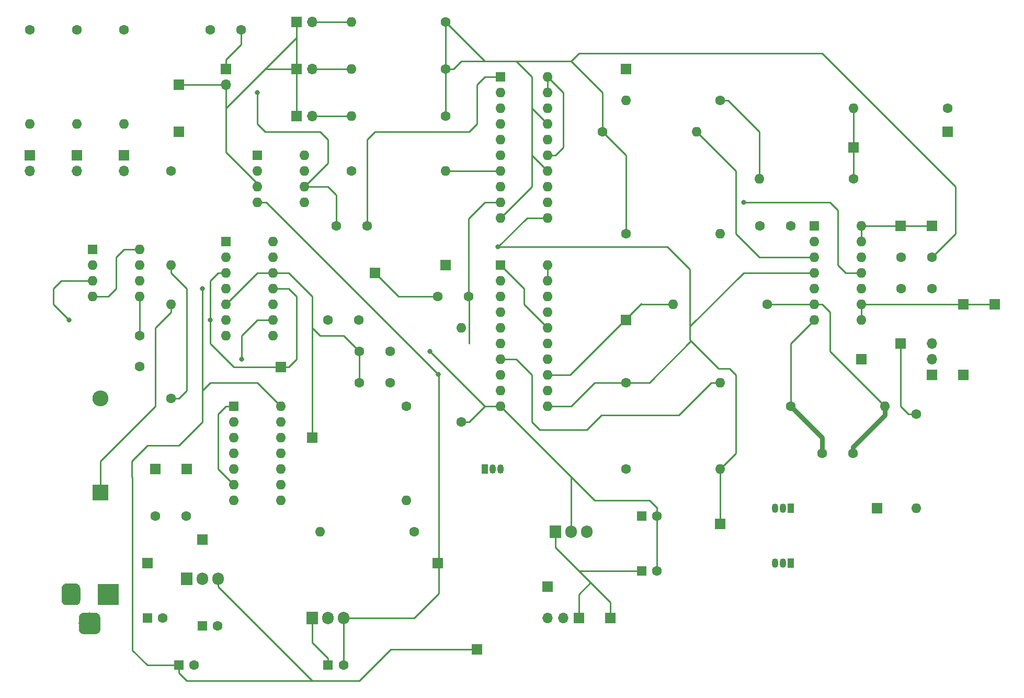
<source format=gbr>
G04 #@! TF.GenerationSoftware,KiCad,Pcbnew,(5.1.2)-2*
G04 #@! TF.CreationDate,2020-08-13T15:59:13+03:00*
G04 #@! TF.ProjectId,timing_circuit,74696d69-6e67-45f6-9369-72637569742e,rev?*
G04 #@! TF.SameCoordinates,Original*
G04 #@! TF.FileFunction,Copper,L2,Bot*
G04 #@! TF.FilePolarity,Positive*
%FSLAX46Y46*%
G04 Gerber Fmt 4.6, Leading zero omitted, Abs format (unit mm)*
G04 Created by KiCad (PCBNEW (5.1.2)-2) date 2020-08-13 15:59:13*
%MOMM*%
%LPD*%
G04 APERTURE LIST*
%ADD10O,1.600000X1.600000*%
%ADD11C,1.600000*%
%ADD12R,1.050000X1.500000*%
%ADD13O,1.050000X1.500000*%
%ADD14O,1.700000X1.700000*%
%ADD15R,1.700000X1.700000*%
%ADD16O,1.905000X2.000000*%
%ADD17R,1.905000X2.000000*%
%ADD18C,0.100000*%
%ADD19C,3.500000*%
%ADD20C,3.000000*%
%ADD21R,3.500000X3.500000*%
%ADD22R,1.600000X1.600000*%
%ADD23R,2.600000X2.600000*%
%ADD24O,2.600000X2.600000*%
%ADD25C,0.800000*%
%ADD26C,0.250000*%
%ADD27C,0.750000*%
G04 APERTURE END LIST*
D10*
X26670000Y-35560000D03*
D11*
X26670000Y-20320000D03*
D10*
X19050000Y-35560000D03*
D11*
X19050000Y-20320000D03*
D10*
X71120000Y-26670000D03*
D11*
X86360000Y-26670000D03*
D10*
X71120000Y-34290000D03*
D11*
X86360000Y-34290000D03*
D12*
X92710000Y-91440000D03*
D13*
X95250000Y-91440000D03*
X93980000Y-91440000D03*
D12*
X142240000Y-97790000D03*
D13*
X139700000Y-97790000D03*
X140970000Y-97790000D03*
D12*
X142240000Y-106680000D03*
D13*
X139700000Y-106680000D03*
X140970000Y-106680000D03*
D14*
X64770000Y-19050000D03*
D15*
X62230000Y-19050000D03*
D14*
X64770000Y-26670000D03*
D15*
X62230000Y-26670000D03*
D14*
X64770000Y-34290000D03*
D15*
X62230000Y-34290000D03*
D11*
X90090000Y-63500000D03*
X85090000Y-63500000D03*
X77390000Y-77470000D03*
X72390000Y-77470000D03*
D15*
X160020000Y-71120000D03*
X86360000Y-58420000D03*
X59690000Y-74930000D03*
D16*
X49530000Y-109220000D03*
X46990000Y-109220000D03*
D17*
X44450000Y-109220000D03*
D16*
X69850000Y-115570000D03*
X67310000Y-115570000D03*
D17*
X64770000Y-115570000D03*
D16*
X109220000Y-101600000D03*
X106680000Y-101600000D03*
D17*
X104140000Y-101600000D03*
D14*
X102870000Y-115570000D03*
X105410000Y-115570000D03*
D15*
X107950000Y-115570000D03*
D18*
G36*
X29710765Y-114714213D02*
G01*
X29795704Y-114726813D01*
X29878999Y-114747677D01*
X29959848Y-114776605D01*
X30037472Y-114813319D01*
X30111124Y-114857464D01*
X30180094Y-114908616D01*
X30243718Y-114966282D01*
X30301384Y-115029906D01*
X30352536Y-115098876D01*
X30396681Y-115172528D01*
X30433395Y-115250152D01*
X30462323Y-115331001D01*
X30483187Y-115414296D01*
X30495787Y-115499235D01*
X30500000Y-115585000D01*
X30500000Y-117335000D01*
X30495787Y-117420765D01*
X30483187Y-117505704D01*
X30462323Y-117588999D01*
X30433395Y-117669848D01*
X30396681Y-117747472D01*
X30352536Y-117821124D01*
X30301384Y-117890094D01*
X30243718Y-117953718D01*
X30180094Y-118011384D01*
X30111124Y-118062536D01*
X30037472Y-118106681D01*
X29959848Y-118143395D01*
X29878999Y-118172323D01*
X29795704Y-118193187D01*
X29710765Y-118205787D01*
X29625000Y-118210000D01*
X27875000Y-118210000D01*
X27789235Y-118205787D01*
X27704296Y-118193187D01*
X27621001Y-118172323D01*
X27540152Y-118143395D01*
X27462528Y-118106681D01*
X27388876Y-118062536D01*
X27319906Y-118011384D01*
X27256282Y-117953718D01*
X27198616Y-117890094D01*
X27147464Y-117821124D01*
X27103319Y-117747472D01*
X27066605Y-117669848D01*
X27037677Y-117588999D01*
X27016813Y-117505704D01*
X27004213Y-117420765D01*
X27000000Y-117335000D01*
X27000000Y-115585000D01*
X27004213Y-115499235D01*
X27016813Y-115414296D01*
X27037677Y-115331001D01*
X27066605Y-115250152D01*
X27103319Y-115172528D01*
X27147464Y-115098876D01*
X27198616Y-115029906D01*
X27256282Y-114966282D01*
X27319906Y-114908616D01*
X27388876Y-114857464D01*
X27462528Y-114813319D01*
X27540152Y-114776605D01*
X27621001Y-114747677D01*
X27704296Y-114726813D01*
X27789235Y-114714213D01*
X27875000Y-114710000D01*
X29625000Y-114710000D01*
X29710765Y-114714213D01*
X29710765Y-114714213D01*
G37*
D19*
X28750000Y-116460000D03*
D18*
G36*
X26573513Y-110013611D02*
G01*
X26646318Y-110024411D01*
X26717714Y-110042295D01*
X26787013Y-110067090D01*
X26853548Y-110098559D01*
X26916678Y-110136398D01*
X26975795Y-110180242D01*
X27030330Y-110229670D01*
X27079758Y-110284205D01*
X27123602Y-110343322D01*
X27161441Y-110406452D01*
X27192910Y-110472987D01*
X27217705Y-110542286D01*
X27235589Y-110613682D01*
X27246389Y-110686487D01*
X27250000Y-110760000D01*
X27250000Y-112760000D01*
X27246389Y-112833513D01*
X27235589Y-112906318D01*
X27217705Y-112977714D01*
X27192910Y-113047013D01*
X27161441Y-113113548D01*
X27123602Y-113176678D01*
X27079758Y-113235795D01*
X27030330Y-113290330D01*
X26975795Y-113339758D01*
X26916678Y-113383602D01*
X26853548Y-113421441D01*
X26787013Y-113452910D01*
X26717714Y-113477705D01*
X26646318Y-113495589D01*
X26573513Y-113506389D01*
X26500000Y-113510000D01*
X25000000Y-113510000D01*
X24926487Y-113506389D01*
X24853682Y-113495589D01*
X24782286Y-113477705D01*
X24712987Y-113452910D01*
X24646452Y-113421441D01*
X24583322Y-113383602D01*
X24524205Y-113339758D01*
X24469670Y-113290330D01*
X24420242Y-113235795D01*
X24376398Y-113176678D01*
X24338559Y-113113548D01*
X24307090Y-113047013D01*
X24282295Y-112977714D01*
X24264411Y-112906318D01*
X24253611Y-112833513D01*
X24250000Y-112760000D01*
X24250000Y-110760000D01*
X24253611Y-110686487D01*
X24264411Y-110613682D01*
X24282295Y-110542286D01*
X24307090Y-110472987D01*
X24338559Y-110406452D01*
X24376398Y-110343322D01*
X24420242Y-110284205D01*
X24469670Y-110229670D01*
X24524205Y-110180242D01*
X24583322Y-110136398D01*
X24646452Y-110098559D01*
X24712987Y-110067090D01*
X24782286Y-110042295D01*
X24853682Y-110024411D01*
X24926487Y-110013611D01*
X25000000Y-110010000D01*
X26500000Y-110010000D01*
X26573513Y-110013611D01*
X26573513Y-110013611D01*
G37*
D20*
X25750000Y-111760000D03*
D21*
X31750000Y-111760000D03*
D11*
X48260000Y-20320000D03*
X53260000Y-20320000D03*
X68660000Y-52070000D03*
X73660000Y-52070000D03*
X142240000Y-52070000D03*
X137240000Y-52070000D03*
X165100000Y-57150000D03*
X160100000Y-57150000D03*
X152320000Y-88900000D03*
X147320000Y-88900000D03*
X165100000Y-62230000D03*
X160100000Y-62230000D03*
X36830000Y-74850000D03*
X36830000Y-69850000D03*
X44370000Y-99060000D03*
X39370000Y-99060000D03*
X67310000Y-67310000D03*
X72310000Y-67310000D03*
X77390000Y-72390000D03*
X72390000Y-72390000D03*
D22*
X38100000Y-115570000D03*
D11*
X40600000Y-115570000D03*
X45680000Y-123190000D03*
D22*
X43180000Y-123190000D03*
X46990000Y-116840000D03*
D11*
X49490000Y-116840000D03*
X69850000Y-123190000D03*
D22*
X67350000Y-123190000D03*
X118110000Y-107950000D03*
D11*
X120610000Y-107950000D03*
X120610000Y-99060000D03*
D22*
X118110000Y-99060000D03*
D23*
X30480000Y-95250000D03*
D24*
X30480000Y-80010000D03*
D15*
X50800000Y-26670000D03*
D14*
X50800000Y-29210000D03*
D15*
X165100000Y-52070000D03*
X175260000Y-64770000D03*
X39370000Y-91440000D03*
X165100000Y-76200000D03*
D14*
X165100000Y-73660000D03*
X165100000Y-71120000D03*
D10*
X34290000Y-35560000D03*
D11*
X34290000Y-20320000D03*
X152400000Y-44450000D03*
D10*
X137160000Y-44450000D03*
D11*
X86360000Y-19050000D03*
D10*
X71120000Y-19050000D03*
D11*
X71120000Y-43180000D03*
D10*
X86360000Y-43180000D03*
X115570000Y-31750000D03*
D11*
X130810000Y-31750000D03*
D10*
X152400000Y-33020000D03*
D11*
X167640000Y-33020000D03*
X88900000Y-83820000D03*
D10*
X88900000Y-68580000D03*
D11*
X111760000Y-36830000D03*
D10*
X127000000Y-36830000D03*
D11*
X142240000Y-81280000D03*
D10*
X157480000Y-81280000D03*
D11*
X115570000Y-77470000D03*
D10*
X130810000Y-77470000D03*
X123190000Y-64770000D03*
D11*
X138430000Y-64770000D03*
D10*
X162560000Y-97790000D03*
D11*
X162560000Y-82550000D03*
D10*
X80010000Y-96520000D03*
D11*
X80010000Y-81280000D03*
X115570000Y-53340000D03*
D10*
X130810000Y-53340000D03*
X41910000Y-58420000D03*
D11*
X41910000Y-43180000D03*
X41910000Y-80010000D03*
D10*
X41910000Y-64770000D03*
X66040000Y-101600000D03*
D11*
X81280000Y-101600000D03*
D10*
X130810000Y-91440000D03*
D11*
X115570000Y-91440000D03*
D10*
X36830000Y-55880000D03*
X29210000Y-63500000D03*
X36830000Y-58420000D03*
X29210000Y-60960000D03*
X36830000Y-60960000D03*
X29210000Y-58420000D03*
X36830000Y-63500000D03*
D22*
X29210000Y-55880000D03*
X95250000Y-27940000D03*
D10*
X102870000Y-50800000D03*
X95250000Y-30480000D03*
X102870000Y-48260000D03*
X95250000Y-33020000D03*
X102870000Y-45720000D03*
X95250000Y-35560000D03*
X102870000Y-43180000D03*
X95250000Y-38100000D03*
X102870000Y-40640000D03*
X95250000Y-40640000D03*
X102870000Y-38100000D03*
X95250000Y-43180000D03*
X102870000Y-35560000D03*
X95250000Y-45720000D03*
X102870000Y-33020000D03*
X95250000Y-48260000D03*
X102870000Y-30480000D03*
X95250000Y-50800000D03*
X102870000Y-27940000D03*
X102870000Y-58420000D03*
X95250000Y-81280000D03*
X102870000Y-60960000D03*
X95250000Y-78740000D03*
X102870000Y-63500000D03*
X95250000Y-76200000D03*
X102870000Y-66040000D03*
X95250000Y-73660000D03*
X102870000Y-68580000D03*
X95250000Y-71120000D03*
X102870000Y-71120000D03*
X95250000Y-68580000D03*
X102870000Y-73660000D03*
X95250000Y-66040000D03*
X102870000Y-76200000D03*
X95250000Y-63500000D03*
X102870000Y-78740000D03*
X95250000Y-60960000D03*
X102870000Y-81280000D03*
D22*
X95250000Y-58420000D03*
D10*
X153670000Y-52070000D03*
X146050000Y-67310000D03*
X153670000Y-54610000D03*
X146050000Y-64770000D03*
X153670000Y-57150000D03*
X146050000Y-62230000D03*
X153670000Y-59690000D03*
X146050000Y-59690000D03*
X153670000Y-62230000D03*
X146050000Y-57150000D03*
X153670000Y-64770000D03*
X146050000Y-54610000D03*
X153670000Y-67310000D03*
D22*
X146050000Y-52070000D03*
X50800000Y-54610000D03*
D10*
X58420000Y-69850000D03*
X50800000Y-57150000D03*
X58420000Y-67310000D03*
X50800000Y-59690000D03*
X58420000Y-64770000D03*
X50800000Y-62230000D03*
X58420000Y-62230000D03*
X50800000Y-64770000D03*
X58420000Y-59690000D03*
X50800000Y-67310000D03*
X58420000Y-57150000D03*
X50800000Y-69850000D03*
X58420000Y-54610000D03*
D22*
X52070000Y-81280000D03*
D10*
X59690000Y-96520000D03*
X52070000Y-83820000D03*
X59690000Y-93980000D03*
X52070000Y-86360000D03*
X59690000Y-91440000D03*
X52070000Y-88900000D03*
X59690000Y-88900000D03*
X52070000Y-91440000D03*
X59690000Y-86360000D03*
X52070000Y-93980000D03*
X59690000Y-83820000D03*
X52070000Y-96520000D03*
X59690000Y-81280000D03*
D22*
X55880000Y-40640000D03*
D10*
X63500000Y-48260000D03*
X55880000Y-43180000D03*
X63500000Y-45720000D03*
X55880000Y-45720000D03*
X63500000Y-43180000D03*
X55880000Y-48260000D03*
X63500000Y-40640000D03*
D15*
X38100000Y-106680000D03*
X91440000Y-120650000D03*
X102870000Y-110490000D03*
X64770000Y-86360000D03*
X44450000Y-91440000D03*
X85090000Y-106680000D03*
X74930000Y-59690000D03*
X113030000Y-115570000D03*
X46990000Y-102870000D03*
X130810000Y-100330000D03*
X43180000Y-29210000D03*
X43180000Y-36830000D03*
X115570000Y-26670000D03*
X153670000Y-73660000D03*
X115570000Y-67310000D03*
X170180000Y-76200000D03*
X152400000Y-39370000D03*
X156210000Y-97790000D03*
X167640000Y-36830000D03*
X170180000Y-64770000D03*
X160020000Y-52070000D03*
X19050000Y-40640000D03*
D14*
X19050000Y-43180000D03*
X26670000Y-43180000D03*
D15*
X26670000Y-40640000D03*
X34290000Y-40640000D03*
D14*
X34290000Y-43180000D03*
D25*
X55880000Y-30480000D03*
X83820000Y-72390000D03*
X94876250Y-55506250D03*
X46990000Y-62230000D03*
X134620000Y-48260000D03*
X85167650Y-76122350D03*
X48260000Y-67310000D03*
X25400000Y-67310000D03*
X74930000Y-59690000D03*
X53340000Y-73660000D03*
D26*
X67310000Y-41910000D02*
X63500000Y-45720000D01*
X63500000Y-45720000D02*
X67310000Y-45720000D01*
X67310000Y-45720000D02*
X68580000Y-46990000D01*
X68660000Y-52070000D02*
X68660000Y-47070000D01*
X67310000Y-38100000D02*
X66040000Y-36830000D01*
X67310000Y-41910000D02*
X67310000Y-38100000D01*
X66040000Y-36830000D02*
X57150000Y-36830000D01*
X57150000Y-36830000D02*
X55880000Y-35560000D01*
X55880000Y-35560000D02*
X55880000Y-30480000D01*
X50800000Y-26670000D02*
X50800000Y-25194700D01*
X53260000Y-22734700D02*
X50800000Y-25194700D01*
X53260000Y-22734700D02*
X53260000Y-20320000D01*
X95250000Y-58420000D02*
X99060000Y-62230000D01*
X99060000Y-62230000D02*
X99060000Y-64770000D01*
X99060000Y-64770000D02*
X102870000Y-68580000D01*
X73660000Y-38100000D02*
X74930000Y-36830000D01*
X73660000Y-38100000D02*
X73660000Y-52070000D01*
X74930000Y-36830000D02*
X90170000Y-36830000D01*
X90170000Y-36830000D02*
X91440000Y-35560000D01*
X91440000Y-35560000D02*
X91440000Y-29210000D01*
X91440000Y-29210000D02*
X92710000Y-27940000D01*
X92710000Y-27940000D02*
X95250000Y-27940000D01*
X152400000Y-44450000D02*
X152400000Y-39370000D01*
X152400000Y-39370000D02*
X152400000Y-33020000D01*
X130810000Y-31750000D02*
X132080000Y-31750000D01*
X137160000Y-36830000D02*
X137160000Y-44450000D01*
X132080000Y-31750000D02*
X137160000Y-36830000D01*
X100330000Y-33020000D02*
X102870000Y-35560000D01*
X100330000Y-27940000D02*
X100330000Y-33020000D01*
X97790000Y-25400000D02*
X100330000Y-27940000D01*
X100330000Y-40640000D02*
X102870000Y-43180000D01*
X100330000Y-33020000D02*
X100330000Y-40640000D01*
X100330000Y-40640000D02*
X100330000Y-45720000D01*
X100330000Y-45720000D02*
X95250000Y-50800000D01*
X106680000Y-25400000D02*
X111760000Y-30480000D01*
X97790000Y-25400000D02*
X106680000Y-25400000D01*
X111760000Y-30480000D02*
X111760000Y-36830000D01*
X115570000Y-40640000D02*
X111760000Y-36830000D01*
X115570000Y-44450000D02*
X115570000Y-40640000D01*
X115570000Y-44450000D02*
X115570000Y-53340000D01*
X107950000Y-24130000D02*
X106680000Y-25400000D01*
X147320000Y-24130000D02*
X107950000Y-24130000D01*
X168910000Y-45720000D02*
X147320000Y-24130000D01*
X165100000Y-57150000D02*
X168910000Y-53340000D01*
X168910000Y-53340000D02*
X168910000Y-45720000D01*
X106680000Y-92710000D02*
X106680000Y-101600000D01*
X95250000Y-81280000D02*
X106680000Y-92710000D01*
X106680000Y-92710000D02*
X110490000Y-96520000D01*
X110490000Y-96520000D02*
X119380000Y-96520000D01*
X119380000Y-96520000D02*
X120650000Y-97790000D01*
X120610000Y-97830000D02*
X120610000Y-99060000D01*
X120650000Y-97790000D02*
X120610000Y-97830000D01*
X120610000Y-107950000D02*
X120610000Y-99060000D01*
X90170000Y-78740000D02*
X83820000Y-72390000D01*
X83820000Y-72390000D02*
X83820000Y-72390000D01*
X90170000Y-78740000D02*
X92710000Y-81280000D01*
X95250000Y-81280000D02*
X92710000Y-81280000D01*
X92710000Y-81280000D02*
X90170000Y-83820000D01*
X90170000Y-83820000D02*
X88900000Y-83820000D01*
X67350000Y-122140000D02*
X64770000Y-119560000D01*
X67350000Y-123190000D02*
X67350000Y-122140000D01*
X64770000Y-119560000D02*
X64770000Y-115570000D01*
X88900000Y-25400000D02*
X87630000Y-26670000D01*
X87630000Y-26670000D02*
X86360000Y-26670000D01*
X86360000Y-26670000D02*
X86360000Y-19050000D01*
X86360000Y-34290000D02*
X86360000Y-26670000D01*
X92710000Y-25400000D02*
X86360000Y-19050000D01*
X92710000Y-25400000D02*
X88900000Y-25400000D01*
X97790000Y-25400000D02*
X92710000Y-25400000D01*
D27*
X157480000Y-81280000D02*
X157480000Y-82705300D01*
X157480000Y-82705300D02*
X152320000Y-87865300D01*
X152320000Y-87865300D02*
X152320000Y-88900000D01*
D26*
X146050000Y-64770000D02*
X138430000Y-64770000D01*
X146050000Y-64770000D02*
X147320000Y-64770000D01*
X147320000Y-64770000D02*
X148590000Y-66040000D01*
X148590000Y-72390000D02*
X157480000Y-81280000D01*
X148590000Y-66040000D02*
X148590000Y-72390000D01*
X142240000Y-81280000D02*
X142240000Y-77625300D01*
D27*
X142240000Y-81280000D02*
X147320000Y-86360000D01*
X147320000Y-86360000D02*
X147320000Y-88900000D01*
D26*
X146050000Y-67310000D02*
X142240000Y-71120000D01*
X142240000Y-71120000D02*
X142240000Y-77625300D01*
X160020000Y-71120000D02*
X160020000Y-81280000D01*
X161290000Y-82550000D02*
X160020000Y-81280000D01*
X162560000Y-82550000D02*
X161290000Y-82550000D01*
X36830000Y-69850000D02*
X36830000Y-63500000D01*
X41910000Y-64770000D02*
X41910000Y-66040000D01*
X41910000Y-66040000D02*
X39370000Y-68580000D01*
X39370000Y-68580000D02*
X39370000Y-81280000D01*
X39370000Y-81280000D02*
X30480000Y-90170000D01*
X30480000Y-95250000D02*
X30480000Y-90170000D01*
X64770000Y-70364800D02*
X64770000Y-71120000D01*
X64770000Y-63500000D02*
X60960000Y-59690000D01*
X60960000Y-59690000D02*
X58420000Y-59690000D01*
X55880000Y-59690000D02*
X50800000Y-64770000D01*
X58420000Y-59690000D02*
X55880000Y-59690000D01*
X64770000Y-71120000D02*
X64770000Y-86360000D01*
X72390000Y-77470000D02*
X72390000Y-72390000D01*
X72390000Y-72390000D02*
X69850000Y-69850000D01*
X69850000Y-69850000D02*
X66040000Y-69850000D01*
X66040000Y-69850000D02*
X64770000Y-68580000D01*
X64770000Y-71120000D02*
X64770000Y-68580000D01*
X64770000Y-68580000D02*
X64770000Y-63500000D01*
X94876250Y-55506250D02*
X122293750Y-55506250D01*
X122293750Y-55506250D02*
X125918900Y-59131400D01*
X94876250Y-55506250D02*
X94876250Y-55506250D01*
X99582500Y-50800000D02*
X94876250Y-55506250D01*
X102870000Y-50800000D02*
X99582500Y-50800000D01*
X146050000Y-59690000D02*
X134620000Y-59690000D01*
X125918900Y-68391100D02*
X125918900Y-68768900D01*
X134620000Y-59690000D02*
X125918900Y-68391100D01*
X125918900Y-59131400D02*
X125918900Y-68768900D01*
X130564050Y-75175950D02*
X132325950Y-75175950D01*
X132325950Y-75175950D02*
X133350000Y-76200000D01*
X132080000Y-90170000D02*
X130810000Y-91440000D01*
X132080000Y-90170000D02*
X133350000Y-88900000D01*
X133350000Y-76200000D02*
X133350000Y-88900000D01*
X115570000Y-77470000D02*
X119380000Y-77470000D01*
X119380000Y-77470000D02*
X126119050Y-70730950D01*
X130564050Y-75175950D02*
X126119050Y-70730950D01*
X125918900Y-70530800D02*
X126119050Y-70730950D01*
X125918900Y-68768900D02*
X125918900Y-70530800D01*
X106680000Y-81280000D02*
X102870000Y-81280000D01*
X115570000Y-77470000D02*
X110490000Y-77470000D01*
X110490000Y-77470000D02*
X106680000Y-81280000D01*
X130810000Y-100330000D02*
X130810000Y-91440000D01*
X36830000Y-55880000D02*
X34290000Y-55880000D01*
X34290000Y-55880000D02*
X33020000Y-57150000D01*
X33020000Y-57150000D02*
X33020000Y-62230000D01*
X33020000Y-62230000D02*
X31750000Y-63500000D01*
X31750000Y-63500000D02*
X29210000Y-63500000D01*
X46990000Y-62230000D02*
X46990000Y-83820000D01*
X46990000Y-83820000D02*
X43180000Y-87630000D01*
X43180000Y-87630000D02*
X38100000Y-87630000D01*
X38100000Y-87630000D02*
X35560000Y-90170000D01*
X35560000Y-90170000D02*
X35560000Y-92710000D01*
X59690000Y-81280000D02*
X57150000Y-78740000D01*
X57150000Y-78740000D02*
X55880000Y-77470000D01*
X55880000Y-77470000D02*
X48260000Y-77470000D01*
X48260000Y-77470000D02*
X46990000Y-78740000D01*
X35713900Y-92863900D02*
X35713900Y-120803900D01*
X35560000Y-92710000D02*
X35713900Y-92863900D01*
X91440000Y-120650000D02*
X77470000Y-120650000D01*
X77470000Y-120650000D02*
X72390000Y-125730000D01*
X72390000Y-125730000D02*
X64770000Y-125730000D01*
X64770000Y-125730000D02*
X49530000Y-110490000D01*
X49530000Y-110490000D02*
X49530000Y-109220000D01*
X43180000Y-124460000D02*
X44450000Y-125730000D01*
X48260000Y-125730000D02*
X44450000Y-125730000D01*
X43180000Y-123190000D02*
X43180000Y-124460000D01*
X48260000Y-125730000D02*
X67310000Y-125730000D01*
X43180000Y-123190000D02*
X38100000Y-123190000D01*
X35713900Y-120803900D02*
X38100000Y-123190000D01*
X134620000Y-48260000D02*
X148590000Y-48260000D01*
X148590000Y-48260000D02*
X149860000Y-49530000D01*
X149860000Y-49530000D02*
X149860000Y-58420000D01*
X149860000Y-58420000D02*
X151130000Y-59690000D01*
X151130000Y-59690000D02*
X153670000Y-59690000D01*
X55880000Y-48260000D02*
X57150000Y-48260000D01*
X57305300Y-48260000D02*
X55880000Y-48260000D01*
X57305300Y-48260000D02*
X85167650Y-76122350D01*
X85245300Y-76200000D02*
X85167650Y-76122350D01*
X85245300Y-111604700D02*
X85245300Y-76200000D01*
X69850000Y-115570000D02*
X81280000Y-115570000D01*
X81280000Y-115570000D02*
X85245300Y-111604700D01*
X69850000Y-123190000D02*
X69850000Y-115570000D01*
X41910000Y-58420000D02*
X41910000Y-59690000D01*
X41910000Y-59690000D02*
X44450000Y-62230000D01*
X44450000Y-62230000D02*
X44450000Y-78740000D01*
X44450000Y-78740000D02*
X43180000Y-80010000D01*
X43180000Y-80010000D02*
X41910000Y-80010000D01*
X64770000Y-34290000D02*
X71120000Y-34290000D01*
X95250000Y-43180000D02*
X86360000Y-43180000D01*
X133350000Y-53340000D02*
X133350000Y-43180000D01*
X146050000Y-57150000D02*
X137160000Y-57150000D01*
X137160000Y-57150000D02*
X133350000Y-53340000D01*
X133350000Y-43180000D02*
X127000000Y-36830000D01*
X130810000Y-77470000D02*
X129384700Y-77470000D01*
X124148300Y-82706400D02*
X129384700Y-77470000D01*
X124148300Y-82706400D02*
X111603600Y-82706400D01*
X111603600Y-82706400D02*
X109220000Y-85090000D01*
X109220000Y-85090000D02*
X101600000Y-85090000D01*
X95250000Y-73660000D02*
X97790000Y-73660000D01*
X97790000Y-73660000D02*
X99060000Y-74930000D01*
X100330000Y-83820000D02*
X100330000Y-76200000D01*
X101600000Y-85090000D02*
X100330000Y-83820000D01*
X100330000Y-76200000D02*
X99060000Y-74930000D01*
X106524700Y-76200000D02*
X102870000Y-76200000D01*
X118032350Y-64692350D02*
X106524700Y-76200000D01*
X118110000Y-64770000D02*
X118032350Y-64692350D01*
X123190000Y-64770000D02*
X118110000Y-64770000D01*
X102870000Y-40640000D02*
X104140000Y-40640000D01*
X104140000Y-40640000D02*
X105410000Y-39370000D01*
X105410000Y-39370000D02*
X105410000Y-31750000D01*
X105410000Y-30480000D02*
X102870000Y-27940000D01*
X105410000Y-31750000D02*
X105410000Y-30480000D01*
X102870000Y-30480000D02*
X102870000Y-27940000D01*
X102870000Y-60960000D02*
X102870000Y-58420000D01*
X52070000Y-81280000D02*
X50800000Y-81280000D01*
X50800000Y-81280000D02*
X49530000Y-82550000D01*
X49530000Y-91440000D02*
X52070000Y-93980000D01*
X49530000Y-82550000D02*
X49530000Y-91440000D01*
X104140000Y-104140000D02*
X104140000Y-101600000D01*
X118110000Y-107950000D02*
X107950000Y-107950000D01*
X107950000Y-107950000D02*
X104140000Y-104140000D01*
X113030000Y-113030000D02*
X113030000Y-115570000D01*
X107950000Y-111760000D02*
X109855000Y-109855000D01*
X107950000Y-115570000D02*
X107950000Y-111760000D01*
X107950000Y-107950000D02*
X109855000Y-109855000D01*
X109855000Y-109855000D02*
X113030000Y-113030000D01*
X165100000Y-52070000D02*
X160020000Y-52070000D01*
X160020000Y-52070000D02*
X153670000Y-52070000D01*
X153670000Y-54610000D02*
X153670000Y-52070000D01*
X153670000Y-67310000D02*
X153670000Y-64770000D01*
X153670000Y-64770000D02*
X170180000Y-64770000D01*
X170180000Y-64770000D02*
X175260000Y-64770000D01*
X58420000Y-62230000D02*
X60960000Y-62230000D01*
X60960000Y-62230000D02*
X62230000Y-63500000D01*
X62230000Y-63500000D02*
X62230000Y-73660000D01*
X62230000Y-73660000D02*
X60960000Y-74930000D01*
X60960000Y-74930000D02*
X52070000Y-74930000D01*
X52070000Y-74930000D02*
X48260000Y-71120000D01*
X48260000Y-60960000D02*
X49530000Y-59690000D01*
X49530000Y-59690000D02*
X50800000Y-59690000D01*
X48260000Y-68580000D02*
X48260000Y-68580000D01*
X48260000Y-68580000D02*
X48260000Y-60960000D01*
X48260000Y-71120000D02*
X48260000Y-68580000D01*
X25400000Y-67310000D02*
X22860000Y-64770000D01*
X22860000Y-64770000D02*
X22860000Y-62230000D01*
X22860000Y-62230000D02*
X24130000Y-60960000D01*
X24130000Y-60960000D02*
X29210000Y-60960000D01*
X25400000Y-67310000D02*
X25400000Y-67310000D01*
X74930000Y-59690000D02*
X74930000Y-59690000D01*
X58420000Y-67310000D02*
X55880000Y-67310000D01*
X55880000Y-67310000D02*
X53340000Y-69850000D01*
X53340000Y-69850000D02*
X53340000Y-73660000D01*
X53340000Y-73660000D02*
X53340000Y-73660000D01*
X85090000Y-63500000D02*
X78740000Y-63500000D01*
X78740000Y-63500000D02*
X74930000Y-59690000D01*
X90170000Y-63580000D02*
X90090000Y-63500000D01*
X90170000Y-71120000D02*
X90170000Y-63580000D01*
X90090000Y-63500000D02*
X90090000Y-50880000D01*
X90090000Y-50880000D02*
X92710000Y-48260000D01*
X92710000Y-48260000D02*
X95250000Y-48260000D01*
X71120000Y-26670000D02*
X64770000Y-26670000D01*
X64770000Y-19050000D02*
X71120000Y-19050000D01*
X55891700Y-45207500D02*
X50800000Y-40115800D01*
D27*
X55880000Y-45720000D02*
X55891700Y-45708300D01*
X55891700Y-45708300D02*
X55891700Y-45207500D01*
D26*
X50800000Y-33020000D02*
X50800000Y-29210000D01*
X50800000Y-40115800D02*
X50800000Y-33020000D01*
X57150000Y-26670000D02*
X57315300Y-26504700D01*
X50800000Y-33020000D02*
X57150000Y-26670000D01*
X50800000Y-29210000D02*
X43180000Y-29210000D01*
X62230000Y-26670000D02*
X57150000Y-26670000D01*
X62230000Y-21590000D02*
X62230000Y-19050000D01*
X57150000Y-26670000D02*
X62230000Y-21590000D01*
X62230000Y-21590000D02*
X62230000Y-26670000D01*
X62230000Y-34290000D02*
X62230000Y-26670000D01*
M02*

</source>
